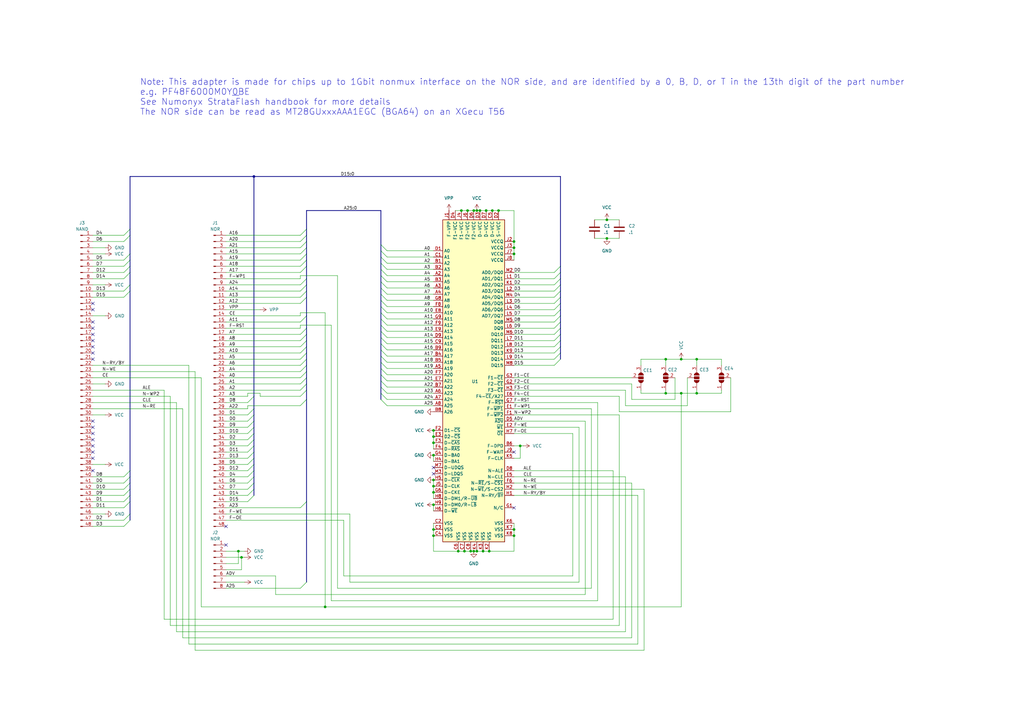
<source format=kicad_sch>
(kicad_sch (version 20231120) (generator "eeschema") (generator_version "8.0")
  (paper "A3")
  (junction (at 104.14 72.39))
  (junction (at 273.05 147.32))
  (junction (at 210.82 99.06))
  (junction (at 200.66 226.06))
  (junction (at 279.4 161.29))
  (junction (at 195.58 86.36))
  (junction (at 99.06 228.6))
  (junction (at 210.82 101.6))
  (junction (at 195.58 226.06))
  (junction (at 190.5 226.06))
  (junction (at 273.05 161.29))
  (junction (at 213.36 182.88))
  (junction (at 187.96 226.06))
  (junction (at 199.39 86.36))
  (junction (at 279.4 147.32))
  (junction (at 177.8 186.69))
  (junction (at 177.8 196.85))
  (junction (at 177.8 199.39))
  (junction (at 97.79 226.06))
  (junction (at 194.31 86.36))
  (junction (at 248.92 90.17))
  (junction (at 133.35 248.92))
  (junction (at 210.82 217.17))
  (junction (at 177.8 217.17))
  (junction (at 177.8 181.61))
  (junction (at 191.77 86.36))
  (junction (at 177.8 179.07))
  (junction (at 204.47 86.36))
  (junction (at 177.8 176.53))
  (junction (at 189.23 86.36))
  (junction (at 285.75 161.29))
  (junction (at 177.8 201.93))
  (junction (at 196.85 86.36))
  (junction (at 177.8 219.71))
  (junction (at 198.12 226.06))
  (junction (at 248.92 97.79))
  (junction (at 285.75 147.32))
  (junction (at 193.04 226.06))
  (junction (at 210.82 219.71))
  (junction (at 210.82 104.14))
  (junction (at 177.8 207.01))
  (junction (at 194.31 226.06))
  (junction (at 201.93 86.36))
  (no_connect (at 210.82 208.28))
  (no_connect (at 38.1 177.8))
  (no_connect (at 38.1 182.88))
  (no_connect (at 38.1 193.04))
  (no_connect (at 177.8 191.77))
  (no_connect (at 38.1 185.42))
  (no_connect (at 38.1 132.08))
  (no_connect (at 38.1 144.78))
  (no_connect (at 38.1 124.46))
  (no_connect (at 177.8 194.31))
  (no_connect (at 38.1 187.96))
  (no_connect (at 38.1 147.32))
  (no_connect (at 92.71 215.9))
  (no_connect (at 38.1 142.24))
  (no_connect (at 38.1 180.34))
  (no_connect (at 38.1 137.16))
  (no_connect (at 38.1 134.62))
  (no_connect (at 38.1 127))
  (no_connect (at 92.71 223.52))
  (no_connect (at 38.1 139.7))
  (no_connect (at 210.82 185.42))
  (no_connect (at 38.1 175.26))
  (no_connect (at 38.1 172.72))
  (bus_entry (at 101.6 180.34) (size 2.54 -2.54))
  (bus_entry (at 123.19 124.46) (size 2.54 -2.54))
  (bus_entry (at 123.19 106.68) (size 2.54 -2.54))
  (bus_entry (at 156.21 105.41) (size 2.54 2.54))
  (bus_entry (at 227.33 144.78) (size 2.54 -2.54))
  (bus_entry (at 156.21 123.19) (size 2.54 2.54))
  (bus_entry (at 227.33 142.24) (size 2.54 -2.54))
  (bus_entry (at 123.19 149.86) (size 2.54 -2.54))
  (bus_entry (at 123.19 208.28) (size 2.54 -2.54))
  (bus_entry (at 156.21 146.05) (size 2.54 2.54))
  (bus_entry (at 156.21 125.73) (size 2.54 2.54))
  (bus_entry (at 50.8 99.06) (size 2.54 -2.54))
  (bus_entry (at 156.21 148.59) (size 2.54 2.54))
  (bus_entry (at 227.33 129.54) (size 2.54 -2.54))
  (bus_entry (at 123.19 154.94) (size 2.54 -2.54))
  (bus_entry (at 227.33 119.38) (size 2.54 -2.54))
  (bus_entry (at 123.19 241.3) (size 2.54 -2.54))
  (bus_entry (at 123.19 166.37) (size 2.54 -2.54))
  (bus_entry (at 227.33 149.86) (size 2.54 -2.54))
  (bus_entry (at 123.19 137.16) (size 2.54 -2.54))
  (bus_entry (at 101.6 193.04) (size 2.54 -2.54))
  (bus_entry (at 156.21 153.67) (size 2.54 2.54))
  (bus_entry (at 123.19 101.6) (size 2.54 -2.54))
  (bus_entry (at 101.6 185.42) (size 2.54 -2.54))
  (bus_entry (at 123.19 121.92) (size 2.54 -2.54))
  (bus_entry (at 123.19 111.76) (size 2.54 -2.54))
  (bus_entry (at 156.21 110.49) (size 2.54 2.54))
  (bus_entry (at 123.19 132.08) (size 2.54 -2.54))
  (bus_entry (at 227.33 132.08) (size 2.54 -2.54))
  (bus_entry (at 101.6 203.2) (size 2.54 -2.54))
  (bus_entry (at 156.21 138.43) (size 2.54 2.54))
  (bus_entry (at 227.33 116.84) (size 2.54 -2.54))
  (bus_entry (at 123.19 119.38) (size 2.54 -2.54))
  (bus_entry (at 101.6 190.5) (size 2.54 -2.54))
  (bus_entry (at 50.8 111.76) (size 2.54 -2.54))
  (bus_entry (at 50.8 208.28) (size 2.54 -2.54))
  (bus_entry (at 101.6 205.74) (size 2.54 -2.54))
  (bus_entry (at 123.19 152.4) (size 2.54 -2.54))
  (bus_entry (at 101.6 165.1) (size 2.54 -2.54))
  (bus_entry (at 123.19 109.22) (size 2.54 -2.54))
  (bus_entry (at 101.6 198.12) (size 2.54 -2.54))
  (bus_entry (at 156.21 140.97) (size 2.54 2.54))
  (bus_entry (at 50.8 121.92) (size 2.54 -2.54))
  (bus_entry (at 123.19 96.52) (size 2.54 -2.54))
  (bus_entry (at 156.21 156.21) (size 2.54 2.54))
  (bus_entry (at 156.21 100.33) (size 2.54 2.54))
  (bus_entry (at 50.8 96.52) (size 2.54 -2.54))
  (bus_entry (at 227.33 139.7) (size 2.54 -2.54))
  (bus_entry (at 227.33 121.92) (size 2.54 -2.54))
  (bus_entry (at 156.21 128.27) (size 2.54 2.54))
  (bus_entry (at 101.6 187.96) (size 2.54 -2.54))
  (bus_entry (at 123.19 142.24) (size 2.54 -2.54))
  (bus_entry (at 50.8 213.36) (size 2.54 -2.54))
  (bus_entry (at 101.6 170.18) (size 2.54 -2.54))
  (bus_entry (at 123.19 157.48) (size 2.54 -2.54))
  (bus_entry (at 123.19 116.84) (size 2.54 -2.54))
  (bus_entry (at 123.19 99.06) (size 2.54 -2.54))
  (bus_entry (at 50.8 203.2) (size 2.54 -2.54))
  (bus_entry (at 101.6 200.66) (size 2.54 -2.54))
  (bus_entry (at 156.21 163.83) (size 2.54 2.54))
  (bus_entry (at 227.33 127) (size 2.54 -2.54))
  (bus_entry (at 101.6 177.8) (size 2.54 -2.54))
  (bus_entry (at 50.8 119.38) (size 2.54 -2.54))
  (bus_entry (at 156.21 151.13) (size 2.54 2.54))
  (bus_entry (at 101.6 172.72) (size 2.54 -2.54))
  (bus_entry (at 227.33 114.3) (size 2.54 -2.54))
  (bus_entry (at 123.19 147.32) (size 2.54 -2.54))
  (bus_entry (at 50.8 114.3) (size 2.54 -2.54))
  (bus_entry (at 227.33 147.32) (size 2.54 -2.54))
  (bus_entry (at 123.19 144.78) (size 2.54 -2.54))
  (bus_entry (at 101.6 195.58) (size 2.54 -2.54))
  (bus_entry (at 156.21 158.75) (size 2.54 2.54))
  (bus_entry (at 50.8 109.22) (size 2.54 -2.54))
  (bus_entry (at 50.8 205.74) (size 2.54 -2.54))
  (bus_entry (at 227.33 111.76) (size 2.54 -2.54))
  (bus_entry (at 50.8 200.66) (size 2.54 -2.54))
  (bus_entry (at 156.21 161.29) (size 2.54 2.54))
  (bus_entry (at 227.33 134.62) (size 2.54 -2.54))
  (bus_entry (at 123.19 162.56) (size 2.54 -2.54))
  (bus_entry (at 156.21 118.11) (size 2.54 2.54))
  (bus_entry (at 50.8 198.12) (size 2.54 -2.54))
  (bus_entry (at 123.19 160.02) (size 2.54 -2.54))
  (bus_entry (at 156.21 135.89) (size 2.54 2.54))
  (bus_entry (at 156.21 130.81) (size 2.54 2.54))
  (bus_entry (at 101.6 175.26) (size 2.54 -2.54))
  (bus_entry (at 101.6 182.88) (size 2.54 -2.54))
  (bus_entry (at 123.19 139.7) (size 2.54 -2.54))
  (bus_entry (at 227.33 137.16) (size 2.54 -2.54))
  (bus_entry (at 156.21 107.95) (size 2.54 2.54))
  (bus_entry (at 123.19 104.14) (size 2.54 -2.54))
  (bus_entry (at 156.21 120.65) (size 2.54 2.54))
  (bus_entry (at 156.21 113.03) (size 2.54 2.54))
  (bus_entry (at 156.21 102.87) (size 2.54 2.54))
  (bus_entry (at 50.8 195.58) (size 2.54 -2.54))
  (bus_entry (at 50.8 106.68) (size 2.54 -2.54))
  (bus_entry (at 156.21 143.51) (size 2.54 2.54))
  (bus_entry (at 156.21 115.57) (size 2.54 2.54))
  (bus_entry (at 227.33 124.46) (size 2.54 -2.54))
  (bus_entry (at 156.21 133.35) (size 2.54 2.54))
  (bus_entry (at 50.8 215.9) (size 2.54 -2.54))
  (bus (pts (xy 53.34 200.66) (xy 53.34 203.2)))
  (bus (pts (xy 156.21 100.33) (xy 156.21 86.36)))
  (bus (pts (xy 229.87 144.78) (xy 229.87 142.24)))
  (wire (pts (xy 38.1 195.58) (xy 50.8 195.58)))
  (bus (pts (xy 229.87 121.92) (xy 229.87 119.38)))
  (wire (pts (xy 158.75 135.89) (xy 177.8 135.89)))
  (bus (pts (xy 156.21 113.03) (xy 156.21 110.49)))
  (wire (pts (xy 177.8 219.71) (xy 177.8 226.06)))
  (bus (pts (xy 125.73 121.92) (xy 125.73 119.38)))
  (bus (pts (xy 156.21 107.95) (xy 156.21 105.41)))
  (wire (pts (xy 210.82 137.16) (xy 227.33 137.16)))
  (bus (pts (xy 125.73 96.52) (xy 125.73 99.06)))
  (wire (pts (xy 138.43 113.03) (xy 138.43 241.3)))
  (bus (pts (xy 104.14 190.5) (xy 104.14 193.04)))
  (bus (pts (xy 229.87 111.76) (xy 229.87 109.22)))
  (bus (pts (xy 125.73 205.74) (xy 125.73 238.76)))
  (bus (pts (xy 125.73 149.86) (xy 125.73 147.32)))
  (wire (pts (xy 158.75 133.35) (xy 177.8 133.35)))
  (bus (pts (xy 125.73 134.62) (xy 125.73 129.54)))
  (bus (pts (xy 156.21 138.43) (xy 156.21 135.89)))
  (wire (pts (xy 69.85 256.54) (xy 254 256.54)))
  (wire (pts (xy 82.55 248.92) (xy 82.55 154.94)))
  (wire (pts (xy 123.19 113.03) (xy 138.43 113.03)))
  (wire (pts (xy 262.89 161.29) (xy 262.89 160.02)))
  (wire (pts (xy 210.82 127) (xy 227.33 127)))
  (wire (pts (xy 177.8 166.37) (xy 158.75 166.37)))
  (bus (pts (xy 125.73 104.14) (xy 125.73 106.68)))
  (bus (pts (xy 125.73 106.68) (xy 125.73 109.22)))
  (wire (pts (xy 92.71 205.74) (xy 101.6 205.74)))
  (wire (pts (xy 135.89 246.38) (xy 245.11 246.38)))
  (wire (pts (xy 50.8 96.52) (xy 38.1 96.52)))
  (bus (pts (xy 104.14 193.04) (xy 104.14 195.58)))
  (bus (pts (xy 53.34 109.22) (xy 53.34 111.76)))
  (bus (pts (xy 156.21 102.87) (xy 156.21 100.33)))
  (wire (pts (xy 237.49 238.76) (xy 237.49 175.26)))
  (wire (pts (xy 210.82 101.6) (xy 210.82 104.14)))
  (bus (pts (xy 156.21 153.67) (xy 156.21 151.13)))
  (wire (pts (xy 177.8 207.01) (xy 177.8 209.55)))
  (wire (pts (xy 50.8 99.06) (xy 38.1 99.06)))
  (wire (pts (xy 101.6 195.58) (xy 92.71 195.58)))
  (bus (pts (xy 53.34 111.76) (xy 53.34 116.84)))
  (wire (pts (xy 38.1 101.6) (xy 43.18 101.6)))
  (bus (pts (xy 125.73 142.24) (xy 125.73 139.7)))
  (bus (pts (xy 125.73 99.06) (xy 125.73 101.6)))
  (bus (pts (xy 125.73 163.83) (xy 125.73 160.02)))
  (wire (pts (xy 158.75 113.03) (xy 177.8 113.03)))
  (bus (pts (xy 104.14 182.88) (xy 104.14 185.42)))
  (wire (pts (xy 177.8 226.06) (xy 187.96 226.06)))
  (wire (pts (xy 92.71 154.94) (xy 123.19 154.94)))
  (wire (pts (xy 92.71 142.24) (xy 123.19 142.24)))
  (bus (pts (xy 229.87 137.16) (xy 229.87 134.62)))
  (wire (pts (xy 38.1 121.92) (xy 50.8 121.92)))
  (wire (pts (xy 295.91 147.32) (xy 285.75 147.32)))
  (wire (pts (xy 189.23 86.36) (xy 191.77 86.36)))
  (bus (pts (xy 156.21 120.65) (xy 156.21 118.11)))
  (wire (pts (xy 133.35 128.27) (xy 133.35 248.92)))
  (wire (pts (xy 143.51 238.76) (xy 237.49 238.76)))
  (wire (pts (xy 279.4 147.32) (xy 285.75 147.32)))
  (wire (pts (xy 177.8 143.51) (xy 158.75 143.51)))
  (bus (pts (xy 125.73 116.84) (xy 125.73 114.3)))
  (wire (pts (xy 210.82 160.02) (xy 256.54 160.02)))
  (bus (pts (xy 53.34 116.84) (xy 53.34 119.38)))
  (wire (pts (xy 77.47 149.86) (xy 77.47 264.16)))
  (wire (pts (xy 273.05 147.32) (xy 273.05 149.86)))
  (bus (pts (xy 156.21 156.21) (xy 156.21 153.67)))
  (wire (pts (xy 213.36 187.96) (xy 210.82 187.96)))
  (wire (pts (xy 210.82 195.58) (xy 256.54 195.58)))
  (bus (pts (xy 156.21 146.05) (xy 156.21 143.51)))
  (wire (pts (xy 194.31 86.36) (xy 195.58 86.36)))
  (bus (pts (xy 229.87 139.7) (xy 229.87 137.16)))
  (wire (pts (xy 133.35 248.92) (xy 279.4 248.92)))
  (wire (pts (xy 158.75 118.11) (xy 177.8 118.11)))
  (wire (pts (xy 100.33 226.06) (xy 97.79 226.06)))
  (wire (pts (xy 140.97 236.22) (xy 234.95 236.22)))
  (wire (pts (xy 101.6 180.34) (xy 92.71 180.34)))
  (wire (pts (xy 262.89 147.32) (xy 262.89 149.86)))
  (bus (pts (xy 104.14 162.56) (xy 104.14 167.64)))
  (bus (pts (xy 125.73 93.98) (xy 125.73 96.52)))
  (bus (pts (xy 104.14 172.72) (xy 104.14 175.26)))
  (bus (pts (xy 53.34 203.2) (xy 53.34 205.74)))
  (bus (pts (xy 229.87 109.22) (xy 229.87 72.39)))
  (bus (pts (xy 53.34 195.58) (xy 53.34 198.12)))
  (bus (pts (xy 125.73 157.48) (xy 125.73 154.94)))
  (wire (pts (xy 138.43 241.3) (xy 242.57 241.3)))
  (wire (pts (xy 92.71 134.62) (xy 123.19 134.62)))
  (wire (pts (xy 74.93 261.62) (xy 259.08 261.62)))
  (wire (pts (xy 158.75 123.19) (xy 177.8 123.19)))
  (wire (pts (xy 113.03 236.22) (xy 92.71 236.22)))
  (bus (pts (xy 156.21 130.81) (xy 156.21 128.27)))
  (bus (pts (xy 125.73 144.78) (xy 125.73 142.24)))
  (wire (pts (xy 123.19 109.22) (xy 92.71 109.22)))
  (bus (pts (xy 229.87 119.38) (xy 229.87 116.84)))
  (wire (pts (xy 158.75 110.49) (xy 177.8 110.49)))
  (bus (pts (xy 104.14 170.18) (xy 104.14 172.72)))
  (wire (pts (xy 210.82 182.88) (xy 213.36 182.88)))
  (wire (pts (xy 101.6 162.56) (xy 101.6 161.29)))
  (wire (pts (xy 285.75 149.86) (xy 285.75 147.32)))
  (wire (pts (xy 92.71 233.68) (xy 99.06 233.68)))
  (wire (pts (xy 262.89 147.32) (xy 273.05 147.32)))
  (wire (pts (xy 248.92 90.17) (xy 254 90.17)))
  (wire (pts (xy 101.6 190.5) (xy 92.71 190.5)))
  (wire (pts (xy 210.82 119.38) (xy 227.33 119.38)))
  (wire (pts (xy 213.36 182.88) (xy 213.36 187.96)))
  (wire (pts (xy 123.19 241.3) (xy 92.71 241.3)))
  (wire (pts (xy 196.85 86.36) (xy 199.39 86.36)))
  (wire (pts (xy 123.19 129.54) (xy 123.19 128.27)))
  (wire (pts (xy 97.79 231.14) (xy 97.79 226.06)))
  (wire (pts (xy 158.75 105.41) (xy 177.8 105.41)))
  (wire (pts (xy 92.71 228.6) (xy 99.06 228.6)))
  (wire (pts (xy 243.84 97.79) (xy 248.92 97.79)))
  (wire (pts (xy 210.82 86.36) (xy 204.47 86.36)))
  (bus (pts (xy 125.73 86.36) (xy 125.73 93.98)))
  (wire (pts (xy 92.71 119.38) (xy 123.19 119.38)))
  (wire (pts (xy 38.1 170.18) (xy 43.18 170.18)))
  (bus (pts (xy 104.14 198.12) (xy 104.14 200.66)))
  (wire (pts (xy 43.18 129.54) (xy 38.1 129.54)))
  (wire (pts (xy 101.6 172.72) (xy 92.71 172.72)))
  (bus (pts (xy 104.14 175.26) (xy 104.14 177.8)))
  (wire (pts (xy 273.05 147.32) (xy 279.4 147.32)))
  (wire (pts (xy 210.82 226.06) (xy 210.82 219.71)))
  (bus (pts (xy 104.14 72.39) (xy 229.87 72.39)))
  (wire (pts (xy 210.82 147.32) (xy 227.33 147.32)))
  (wire (pts (xy 38.1 114.3) (xy 50.8 114.3)))
  (bus (pts (xy 125.73 154.94) (xy 125.73 152.4)))
  (wire (pts (xy 279.4 161.29) (xy 285.75 161.29)))
  (wire (pts (xy 92.71 226.06) (xy 97.79 226.06)))
  (wire (pts (xy 92.71 147.32) (xy 123.19 147.32)))
  (wire (pts (xy 92.71 114.3) (xy 123.19 114.3)))
  (wire (pts (xy 199.39 86.36) (xy 201.93 86.36)))
  (wire (pts (xy 101.6 203.2) (xy 92.71 203.2)))
  (bus (pts (xy 229.87 124.46) (xy 229.87 121.92)))
  (wire (pts (xy 92.71 152.4) (xy 123.19 152.4)))
  (wire (pts (xy 158.75 138.43) (xy 177.8 138.43)))
  (wire (pts (xy 177.8 161.29) (xy 158.75 161.29)))
  (wire (pts (xy 210.82 124.46) (xy 227.33 124.46)))
  (wire (pts (xy 254 168.91) (xy 299.72 168.91)))
  (wire (pts (xy 158.75 107.95) (xy 177.8 107.95)))
  (wire (pts (xy 195.58 226.06) (xy 198.12 226.06)))
  (wire (pts (xy 38.1 190.5) (xy 43.18 190.5)))
  (wire (pts (xy 285.75 161.29) (xy 285.75 160.02)))
  (wire (pts (xy 295.91 149.86) (xy 295.91 147.32)))
  (wire (pts (xy 101.6 185.42) (xy 92.71 185.42)))
  (wire (pts (xy 177.8 176.53) (xy 177.8 179.07)))
  (wire (pts (xy 210.82 200.66) (xy 264.16 200.66)))
  (wire (pts (xy 101.6 187.96) (xy 92.71 187.96)))
  (bus (pts (xy 156.21 135.89) (xy 156.21 133.35)))
  (bus (pts (xy 229.87 129.54) (xy 229.87 127)))
  (wire (pts (xy 123.19 99.06) (xy 92.71 99.06)))
  (wire (pts (xy 213.36 182.88) (xy 214.63 182.88)))
  (bus (pts (xy 156.21 110.49) (xy 156.21 107.95)))
  (wire (pts (xy 74.93 167.64) (xy 74.93 261.62)))
  (wire (pts (xy 245.11 246.38) (xy 245.11 165.1)))
  (bus (pts (xy 104.14 200.66) (xy 104.14 203.2)))
  (wire (pts (xy 92.71 129.54) (xy 123.19 129.54)))
  (bus (pts (xy 156.21 123.19) (xy 156.21 120.65)))
  (wire (pts (xy 123.19 116.84) (xy 92.71 116.84)))
  (wire (pts (xy 158.75 120.65) (xy 177.8 120.65)))
  (bus (pts (xy 125.73 109.22) (xy 125.73 114.3)))
  (bus (pts (xy 104.14 72.39) (xy 104.14 162.56)))
  (wire (pts (xy 210.82 193.04) (xy 251.46 193.04)))
  (bus (pts (xy 125.73 160.02) (xy 125.73 157.48)))
  (wire (pts (xy 101.6 175.26) (xy 92.71 175.26)))
  (bus (pts (xy 156.21 128.27) (xy 156.21 125.73)))
  (wire (pts (xy 177.8 181.61) (xy 177.8 184.15)))
  (bus (pts (xy 104.14 195.58) (xy 104.14 198.12)))
  (wire (pts (xy 201.93 86.36) (xy 204.47 86.36)))
  (wire (pts (xy 299.72 168.91) (xy 299.72 154.94)))
  (wire (pts (xy 92.71 144.78) (xy 123.19 144.78)))
  (wire (pts (xy 210.82 177.8) (xy 234.95 177.8)))
  (wire (pts (xy 195.58 86.36) (xy 196.85 86.36)))
  (wire (pts (xy 123.19 133.35) (xy 135.89 133.35)))
  (wire (pts (xy 210.82 198.12) (xy 259.08 198.12)))
  (wire (pts (xy 38.1 208.28) (xy 50.8 208.28)))
  (wire (pts (xy 285.75 161.29) (xy 295.91 161.29)))
  (wire (pts (xy 234.95 236.22) (xy 234.95 177.8)))
  (wire (pts (xy 143.51 210.82) (xy 143.51 238.76)))
  (wire (pts (xy 38.1 152.4) (xy 80.01 152.4)))
  (wire (pts (xy 264.16 266.7) (xy 264.16 200.66)))
  (bus (pts (xy 125.73 147.32) (xy 125.73 144.78)))
  (wire (pts (xy 123.19 96.52) (xy 92.71 96.52)))
  (wire (pts (xy 273.05 161.29) (xy 279.4 161.29)))
  (wire (pts (xy 101.6 170.18) (xy 92.71 170.18)))
  (wire (pts (xy 101.6 182.88) (xy 92.71 182.88)))
  (wire (pts (xy 242.57 241.3) (xy 242.57 167.64)))
  (wire (pts (xy 240.03 243.84) (xy 240.03 172.72)))
  (bus (pts (xy 53.34 72.39) (xy 104.14 72.39)))
  (wire (pts (xy 210.82 167.64) (xy 242.57 167.64)))
  (wire (pts (xy 177.8 196.85) (xy 177.8 199.39)))
  (wire (pts (xy 92.71 208.28) (xy 123.19 208.28)))
  (wire (pts (xy 254 162.56) (xy 254 168.91)))
  (bus (pts (xy 53.34 205.74) (xy 53.34 210.82)))
  (wire (pts (xy 158.75 140.97) (xy 177.8 140.97)))
  (wire (pts (xy 101.6 166.37) (xy 101.6 167.64)))
  (bus (pts (xy 125.73 101.6) (xy 125.73 104.14)))
  (wire (pts (xy 38.1 157.48) (xy 43.18 157.48)))
  (wire (pts (xy 210.82 219.71) (xy 210.82 217.17)))
  (wire (pts (xy 106.68 162.56) (xy 123.19 162.56)))
  (bus (pts (xy 53.34 193.04) (xy 53.34 195.58)))
  (bus (pts (xy 104.14 167.64) (xy 104.14 170.18)))
  (wire (pts (xy 101.6 161.29) (xy 106.68 161.29)))
  (wire (pts (xy 38.1 215.9) (xy 50.8 215.9)))
  (bus (pts (xy 104.14 185.42) (xy 104.14 187.96)))
  (bus (pts (xy 156.21 118.11) (xy 156.21 115.57)))
  (wire (pts (xy 123.19 106.68) (xy 92.71 106.68)))
  (polyline (pts (xy 95.25 39.116) (xy 98.044 39.116)))
  (wire (pts (xy 92.71 160.02) (xy 123.19 160.02)))
  (wire (pts (xy 177.8 186.69) (xy 177.8 189.23)))
  (wire (pts (xy 92.71 157.48) (xy 123.19 157.48)))
  (bus (pts (xy 53.34 72.39) (xy 53.34 93.98)))
  (wire (pts (xy 38.1 154.94) (xy 82.55 154.94)))
  (bus (pts (xy 53.34 198.12) (xy 53.34 200.66)))
  (wire (pts (xy 281.94 166.37) (xy 281.94 154.94)))
  (bus (pts (xy 53.34 93.98) (xy 53.34 96.52)))
  (wire (pts (xy 38.1 109.22) (xy 50.8 109.22)))
  (wire (pts (xy 261.62 264.16) (xy 261.62 203.2)))
  (wire (pts (xy 177.8 148.59) (xy 158.75 148.59)))
  (wire (pts (xy 38.1 167.64) (xy 74.93 167.64)))
  (wire (pts (xy 248.92 97.79) (xy 254 97.79)))
  (wire (pts (xy 67.31 160.02) (xy 67.31 254)))
  (wire (pts (xy 67.31 254) (xy 251.46 254)))
  (wire (pts (xy 210.82 129.54) (xy 227.33 129.54)))
  (wire (pts (xy 210.82 134.62) (xy 227.33 134.62)))
  (wire (pts (xy 177.8 146.05) (xy 158.75 146.05)))
  (bus (pts (xy 156.21 133.35) (xy 156.21 130.81)))
  (wire (pts (xy 177.8 163.83) (xy 158.75 163.83)))
  (wire (pts (xy 158.75 115.57) (xy 177.8 115.57)))
  (bus (pts (xy 53.34 119.38) (xy 53.34 193.04)))
  (bus (pts (xy 125.73 119.38) (xy 125.73 116.84)))
  (wire (pts (xy 210.82 175.26) (xy 237.49 175.26)))
  (wire (pts (xy 92.71 238.76) (xy 100.33 238.76)))
  (wire (pts (xy 113.03 243.84) (xy 113.03 236.22)))
  (wire (pts (xy 101.6 166.37) (xy 123.19 166.37)))
  (wire (pts (xy 50.8 106.68) (xy 38.1 106.68)))
  (wire (pts (xy 210.82 162.56) (xy 254 162.56)))
  (wire (pts (xy 92.71 139.7) (xy 123.19 139.7)))
  (wire (pts (xy 38.1 200.66) (xy 50.8 200.66)))
  (bus (pts (xy 125.73 163.83) (xy 125.73 205.74)))
  (wire (pts (xy 177.8 179.07) (xy 177.8 181.61)))
  (bus (pts (xy 156.21 143.51) (xy 156.21 140.97)))
  (wire (pts (xy 210.82 142.24) (xy 227.33 142.24)))
  (wire (pts (xy 50.8 213.36) (xy 38.1 213.36)))
  (wire (pts (xy 210.82 149.86) (xy 227.33 149.86)))
  (wire (pts (xy 123.19 111.76) (xy 92.71 111.76)))
  (bus (pts (xy 53.34 104.14) (xy 53.34 106.68)))
  (wire (pts (xy 38.1 210.82) (xy 43.18 210.82)))
  (bus (pts (xy 104.14 177.8) (xy 104.14 180.34)))
  (wire (pts (xy 38.1 119.38) (xy 50.8 119.38)))
  (wire (pts (xy 210.82 111.76) (xy 227.33 111.76)))
  (bus (pts (xy 156.21 105.41) (xy 156.21 102.87)))
  (wire (pts (xy 254 256.54) (xy 254 170.18)))
  (wire (pts (xy 38.1 203.2) (xy 50.8 203.2)))
  (wire (pts (xy 92.71 132.08) (xy 123.19 132.08)))
  (wire (pts (xy 273.05 160.02) (xy 273.05 161.29)))
  (wire (pts (xy 177.8 201.93) (xy 177.8 204.47)))
  (wire (pts (xy 177.8 151.13) (xy 158.75 151.13)))
  (wire (pts (xy 256.54 166.37) (xy 281.94 166.37)))
  (wire (pts (xy 101.6 198.12) (xy 92.71 198.12)))
  (wire (pts (xy 210.82 104.14) (xy 210.82 106.68)))
  (wire (pts (xy 100.33 228.6) (xy 99.06 228.6)))
  (wire (pts (xy 210.82 157.48) (xy 259.08 157.48)))
  (wire (pts (xy 186.69 86.36) (xy 189.23 86.36)))
  (wire (pts (xy 92.71 124.46) (xy 123.19 124.46)))
  (wire (pts (xy 276.86 163.83) (xy 276.86 154.94)))
  (bus (pts (xy 156.21 140.97) (xy 156.21 138.43)))
  (wire (pts (xy 262.89 161.29) (xy 273.05 161.29)))
  (wire (pts (xy 80.01 152.4) (xy 80.01 266.7)))
  (wire (pts (xy 177.8 199.39) (xy 177.8 201.93)))
  (wire (pts (xy 101.6 200.66) (xy 92.71 200.66)))
  (wire (pts (xy 92.71 121.92) (xy 123.19 121.92)))
  (wire (pts (xy 177.8 158.75) (xy 158.75 158.75)))
  (wire (pts (xy 210.82 116.84) (xy 227.33 116.84)))
  (wire (pts (xy 251.46 193.04) (xy 251.46 254)))
  (wire (pts (xy 38.1 162.56) (xy 69.85 162.56)))
  (bus (pts (xy 229.87 142.24) (xy 229.87 139.7)))
  (wire (pts (xy 38.1 149.86) (xy 77.47 149.86)))
  (wire (pts (xy 210.82 139.7) (xy 227.33 139.7)))
  (wire (pts (xy 140.97 213.36) (xy 140.97 236.22)))
  (bus (pts (xy 229.87 116.84) (xy 229.87 114.3)))
  (wire (pts (xy 92.71 162.56) (xy 101.6 162.56)))
  (wire (pts (xy 259.08 261.62) (xy 259.08 198.12)))
  (bus (pts (xy 156.21 161.29) (xy 156.21 158.75)))
  (wire (pts (xy 210.82 170.18) (xy 254 170.18)))
  (wire (pts (xy 191.77 86.36) (xy 194.31 86.36)))
  (wire (pts (xy 92.71 104.14) (xy 123.19 104.14)))
  (wire (pts (xy 106.68 127) (xy 92.71 127)))
  (bus (pts (xy 125.73 139.7) (xy 125.73 137.16)))
  (wire (pts (xy 200.66 226.06) (xy 210.82 226.06)))
  (wire (pts (xy 177.8 217.17) (xy 177.8 219.71)))
  (wire (pts (xy 295.91 161.29) (xy 295.91 160.02)))
  (bus (pts (xy 156.21 86.36) (xy 125.73 86.36)))
  (bus (pts (xy 229.87 114.3) (xy 229.87 111.76)))
  (wire (pts (xy 123.19 134.62) (xy 123.19 133.35)))
  (wire (pts (xy 210.82 165.1) (xy 245.11 165.1)))
  (bus (pts (xy 156.21 148.59) (xy 156.21 146.05)))
  (wire (pts (xy 210.82 154.94) (xy 259.08 154.94)))
  (wire (pts (xy 210.82 132.08) (xy 227.33 132.08)))
  (wire (pts (xy 210.82 217.17) (xy 210.82 214.63)))
  (wire (pts (xy 259.08 157.48) (xy 259.08 163.83)))
  (wire (pts (xy 177.8 156.21) (xy 158.75 156.21)))
  (wire (pts (xy 243.84 90.17) (xy 248.92 90.17)))
  (wire (pts (xy 38.1 165.1) (xy 72.39 165.1)))
  (wire (pts (xy 38.1 111.76) (xy 50.8 111.76)))
  (wire (pts (xy 69.85 162.56) (xy 69.85 256.54)))
  (bus (pts (xy 229.87 134.62) (xy 229.87 132.08)))
  (wire (pts (xy 38.1 104.14) (xy 43.18 104.14)))
  (wire (pts (xy 92.71 167.64) (xy 101.6 167.64)))
  (wire (pts (xy 123.19 114.3) (xy 123.19 113.03)))
  (bus (pts (xy 156.21 163.83) (xy 156.21 161.29)))
  (wire (pts (xy 72.39 259.08) (xy 256.54 259.08)))
  (wire (pts (xy 210.82 172.72) (xy 240.03 172.72)))
  (wire (pts (xy 80.01 266.7) (xy 264.16 266.7)))
  (wire (pts (xy 101.6 193.04) (xy 92.71 193.04)))
  (bus (pts (xy 229.87 127) (xy 229.87 124.46)))
  (bus (pts (xy 53.34 106.68) (xy 53.34 109.22)))
  (wire (pts (xy 194.31 226.06) (xy 195.58 226.06)))
  (wire (pts (xy 92.71 137.16) (xy 123.19 137.16)))
  (wire (pts (xy 123.19 128.27) (xy 133.35 128.27)))
  (wire (pts (xy 38.1 160.02) (xy 67.31 160.02)))
  (wire (pts (xy 38.1 205.74) (xy 50.8 205.74)))
  (wire (pts (xy 77.47 264.16) (xy 261.62 264.16)))
  (wire (pts (xy 158.75 102.87) (xy 177.8 102.87)))
  (wire (pts (xy 135.89 133.35) (xy 135.89 246.38)))
  (wire (pts (xy 158.75 130.81) (xy 177.8 130.81)))
  (wire (pts (xy 38.1 116.84) (xy 43.18 116.84)))
  (wire (pts (xy 92.71 165.1) (xy 101.6 165.1)))
  (wire (pts (xy 210.82 144.78) (xy 227.33 144.78)))
  (wire (pts (xy 256.54 160.02) (xy 256.54 166.37)))
  (wire (pts (xy 177.8 214.63) (xy 177.8 217.17)))
  (wire (pts (xy 190.5 226.06) (xy 193.04 226.06)))
  (wire (pts (xy 158.75 125.73) (xy 177.8 125.73)))
  (bus (pts (xy 156.21 125.73) (xy 156.21 123.19)))
  (wire (pts (xy 210.82 203.2) (xy 261.62 203.2)))
  (wire (pts (xy 99.06 228.6) (xy 99.06 233.68)))
  (bus (pts (xy 104.14 187.96) (xy 104.14 190.5)))
  (wire (pts (xy 72.39 165.1) (xy 72.39 259.08)))
  (wire (pts (xy 187.96 226.06) (xy 190.5 226.06)))
  (wire (pts (xy 210.82 99.06) (xy 210.82 86.36)))
  (wire (pts (xy 123.19 101.6) (xy 92.71 101.6)))
  (bus (pts (xy 53.34 96.52) (xy 53.34 104.14)))
  (wire (pts (xy 210.82 114.3) (xy 227.33 114.3)))
  (bus (pts (xy 229.87 147.32) (xy 229.87 144.78)))
  (bus (pts (xy 156.21 158.75) (xy 156.21 156.21)))
  (bus (pts (xy 156.21 151.13) (xy 156.21 148.59)))
  (wire (pts (xy 259.08 163.83) (xy 276.86 163.83)))
  (bus (pts (xy 104.14 180.34) (xy 104.14 182.88)))
  (wire (pts (xy 193.04 226.06) (xy 194.31 226.06)))
  (wire (pts (xy 92.71 149.86) (xy 123.19 149.86)))
  (wire (pts (xy 106.68 161.29) (xy 106.68 162.56)))
  (wire (pts (xy 82.55 248.92) (xy 133.35 248.92)))
  (wire (pts (xy 279.4 161.29) (xy 279.4 248.92)))
  (bus (pts (xy 125.73 137.16) (xy 125.73 134.62)))
  (wire (pts (xy 198.12 226.06) (xy 200.66 226.06)))
  (wire (pts (xy 210.82 121.92) (xy 227.33 121.92)))
  (wire (pts (xy 158.75 128.27) (xy 177.8 128.27)))
  (bus (pts (xy 125.73 129.54) (xy 125.73 121.92)))
  (wire (pts (xy 143.51 210.82) (xy 92.71 210.82)))
  (wire (pts (xy 92.71 213.36) (xy 140.97 213.36)))
  (wire (pts (xy 101.6 177.8) (xy 92.71 177.8)))
  (bus (pts (xy 125.73 152.4) (xy 125.73 149.86)))
  (wire (pts (xy 158.75 153.67) (xy 177.8 153.67)))
  (wire (pts (xy 256.54 259.08) (xy 256.54 195.58)))
  (wire (pts (xy 92.71 231.14) (xy 97.79 231.14)))
  (wire (pts (xy 38.1 198.12) (xy 50.8 198.12)))
  (bus (pts (xy 53.34 210.82) (xy 53.34 213.36)))
  (wire (pts (xy 210.82 99.06) (xy 210.82 101.6)))
  (bus (pts (xy 156.21 115.57) (xy 156.21 113.03)))
  (wire (pts (xy 240.03 243.84) (xy 113.03 243.84)))
  (bus (pts (xy 229.87 132.08) (xy 229.87 129.54)))
  (text "Note: This adapter is made for chips up to 1Gbit nonmux interface on the NOR side, and are identified by a 0, B, D, or T in the 13th digit of the part number\ne.g. PF48F6000M0Y0BE\nSee Numonyx StrataFlash handbook for more details\nThe NOR side can be read as MT28GUxxxAAA1EGC (BGA64) on an XGecu T56" (at 57.404 39.878 0) (effects (font (size 2.54 2.54)) (justify left)))
  (label "D11" (at 93.98 185.42 0))
  (label "ADV" (at 210.82 172.72 0))
  (label "A13" (at 93.98 121.92 0))
  (label "A4" (at 93.98 152.4 0))
  (label "D8" (at 93.98 165.1 0))
  (label "D1" (at 210.82 114.3 0))
  (label "D13" (at 93.98 187.96 0))
  (label "F-RST" (at 210.82 165.1 0))
  (label "A6" (at 93.98 149.86 0))
  (label "D11" (at 39.37 208.28 0))
  (label "A24" (at 93.98 116.84 0))
  (label "CLE" (at 58.42 165.1 0))
  (label "N-WP2" (at 210.82 170.18 0))
  (label "A21" (at 93.98 101.6 0))
  (label "A25" (at 173.99 166.37 0))
  (label "D10" (at 39.37 200.66 0))
  (label "CE" (at 93.98 129.54 0))
  (label "A25" (at 92.71 241.3 0))
  (label "A10" (at 93.98 144.78 0))
  (label "A24" (at 173.99 163.83 0))
  (label "A2" (at 93.98 160.02 0))
  (label "D3" (at 93.98 182.88 0))
  (label "N-RY{slash}BY" (at 214.63 203.2 0))
  (label "A14" (at 173.99 138.43 0))
  (label "A14" (at 93.98 119.38 0))
  (label "A7" (at 173.99 120.65 0))
  (label "A16" (at 93.98 96.52 0))
  (label "D15:0" (at 139.7 72.39 0))
  (label "A8" (at 93.98 139.7 0))
  (label "A9" (at 93.98 142.24 0))
  (label "A15" (at 173.99 140.97 0))
  (label "D7" (at 93.98 200.66 0))
  (label "A5" (at 173.99 115.57 0))
  (label "ADV" (at 92.71 236.22 0))
  (label "A12" (at 93.98 124.46 0))
  (label "A5" (at 93.98 147.32 0))
  (label "D12" (at 210.82 142.24 0))
  (label "F3-CE" (at 210.82 160.02 0))
  (label "A2" (at 173.99 107.95 0))
  (label "A22" (at 173.99 158.75 0))
  (label "D10" (at 210.82 137.16 0))
  (label "D2" (at 210.82 116.84 0))
  (label "D0" (at 93.98 172.72 0))
  (label "D13" (at 210.82 144.78 0))
  (label "D1" (at 93.98 170.18 0))
  (label "ALE" (at 214.63 193.04 0))
  (label "A11" (at 173.99 130.81 0))
  (label "F-WP1" (at 93.98 114.3 0))
  (label "D15" (at 93.98 205.74 0))
  (label "F-RST" (at 93.98 134.62 0))
  (label "A18" (at 173.99 148.59 0))
  (label "A8" (at 173.99 123.19 0))
  (label "D3" (at 210.82 119.38 0))
  (label "D10" (at 93.98 177.8 0))
  (label "N-RE" (at 58.42 167.64 0))
  (label "ALE" (at 58.42 160.02 0))
  (label "CE" (at 41.91 154.94 0))
  (label "CLE" (at 214.63 195.58 0))
  (label "A11" (at 93.98 132.08 0))
  (label "F-WE" (at 210.82 175.26 0))
  (label "VPP" (at 93.98 127 0))
  (label "A3" (at 93.98 162.56 0))
  (label "D5" (at 210.82 124.46 0))
  (label "A15" (at 93.98 104.14 0))
  (label "F-WE" (at 93.98 210.82 0))
  (label "D8" (at 210.82 132.08 0))
  (label "D9" (at 39.37 203.2 0))
  (label "N-WE" (at 41.91 152.4 0))
  (label "D7" (at 210.82 129.54 0))
  (label "A7" (at 93.98 137.16 0))
  (label "A3" (at 173.99 110.49 0))
  (label "N-RY{slash}BY" (at 41.91 149.86 0))
  (label "A10" (at 173.99 128.27 0))
  (label "A18" (at 93.98 109.22 0))
  (label "N-WP2" (at 58.42 162.56 0))
  (label "D0" (at 210.82 111.76 0))
  (label "D6" (at 39.37 99.06 0))
  (label "F-WP1" (at 210.82 167.64 0))
  (label "F-OE" (at 93.98 213.36 0))
  (label "N-WE" (at 214.63 200.66 0))
  (label "A22" (at 93.98 167.64 0))
  (label "D13" (at 39.37 119.38 0))
  (label "A0" (at 93.98 154.94 0))
  (label "D3" (at 39.37 215.9 0))
  (label "D6" (at 93.98 198.12 0))
  (label "D12" (at 93.98 193.04 0))
  (label "D1" (at 39.37 205.74 0))
  (label "D4" (at 39.37 96.52 0))
  (label "D5" (at 39.37 106.68 0))
  (label "A20" (at 93.98 99.06 0))
  (label "D8" (at 39.37 195.58 0))
  (label "A9" (at 173.99 125.73 0))
  (label "A19" (at 173.99 151.13 0))
  (label "D4" (at 210.82 121.92 0))
  (label "N-RE" (at 214.63 198.12 0))
  (label "A23" (at 93.98 208.28 0))
  (label "A17" (at 93.98 111.76 0))
  (label "A1" (at 93.98 157.48 0))
  (label "D15" (at 39.37 121.92 0))
  (label "D14" (at 210.82 147.32 0))
  (label "D9" (at 210.82 134.62 0))
  (label "D14" (at 39.37 114.3 0))
  (label "F4-CE" (at 210.82 162.56 0))
  (label "A0" (at 173.99 102.87 0))
  (label "F2-CE" (at 210.82 157.48 0))
  (label "D14" (at 93.98 203.2 0))
  (label "A19" (at 93.98 106.68 0))
  (label "D6" (at 210.82 127 0))
  (label "D2" (at 39.37 213.36 0))
  (label "A25:0" (at 140.97 86.36 0))
  (label "A6" (at 173.99 118.11 0))
  (label "D9" (at 93.98 175.26 0))
  (label "A4" (at 173.99 113.03 0))
  (label "A20" (at 173.99 153.67 0))
  (label "D0" (at 39.37 198.12 0))
  (label "A1" (at 173.99 105.41 0))
  (label "A12" (at 173.99 133.35 0))
  (label "A17" (at 173.99 146.05 0))
  (label "D2" (at 93.98 180.34 0))
  (label "D7" (at 39.37 109.22 0))
  (label "F-OE" (at 210.82 177.8 0))
  (label "D4" (at 93.98 195.58 0))
  (label "D15" (at 210.82 149.86 0))
  (label "D5" (at 93.98 190.5 0))
  (label "A21" (at 173.99 156.21 0))
  (label "A23" (at 173.99 161.29 0))
  (label "F1-CE" (at 210.82 154.94 0))
  (label "A13" (at 173.99 135.89 0))
  (label "A16" (at 173.99 143.51 0))
  (label "D11" (at 210.82 139.7 0))
  (label "D12" (at 39.37 111.76 0))
  (symbol (lib_id "power:VCC") (at 43.18 104.14 270) (unit 1)
    (property "Reference" "#PWR014" (effects (hide yes)))
    (property "Value" "VCC" (at 46.99 104.1399 90) (effects (justify left)))
    (property "Description" "Power symbol creates a global label with name \"VCC\"" (effects (hide yes)))
  )
  (symbol (lib_id "Jumper:SolderJumper_3_Open") (at 295.91 154.94 90) (unit 1) (exclude_from_sim yes) (in_bom no)
    (property "Reference" "CE4" (at 298.958 151.13 90))
    (property "Value" "SolderJumper_2_Open" (effects (hide yes)))
    (property "Footprint" "Jumper:SolderJumper-3_P1.3mm_Open_RoundedPad1.0x1.5mm" (effects (hide yes)))
    (property "Description" "Solder Jumper, 3-pole, open" (effects (hide yes)))
  )
  (symbol (lib_id "Jumper:SolderJumper_3_Open") (at 262.89 154.94 270) (mirror x) (unit 1) (exclude_from_sim yes) (in_bom no)
    (property "Reference" "CE1" (at 265.684 151.892 90))
    (property "Value" "SolderJumper_2_Open" (effects (hide yes)))
    (property "Footprint" "Jumper:SolderJumper-3_P1.3mm_Open_RoundedPad1.0x1.5mm" (effects (hide yes)))
    (property "Description" "Solder Jumper, 3-pole, open" (effects (hide yes)))
  )
  (symbol (lib_id "power:VCC") (at 177.8 207.01 90) (unit 1)
    (property "Reference" "#PWR06" (effects (hide yes)))
    (property "Value" "VCC" (at 173.99 207.0099 90) (effects (justify left)))
    (property "Description" "Power symbol creates a global label with name \"VCC\"" (effects (hide yes)))
  )
  (symbol (lib_id "power:VPP") (at 106.68 127 270) (unit 1)
    (property "Reference" "#PWR022" (effects (hide yes)))
    (property "Value" "VPP" (at 110.49 126.9999 90) (effects (justify left)))
    (property "Description" "Power symbol creates a global label with name \"VPP\"" (effects (hide yes)))
  )
  (symbol (lib_id "power:VPP") (at 184.15 86.36 0) (unit 1)
    (property "Reference" "#PWR03" (effects (hide yes)))
    (property "Value" "VPP" (at 184.15 81.28 0))
    (property "Description" "Power symbol creates a global label with name \"VPP\"" (effects (hide yes)))
  )
  (symbol (lib_id "power:GND") (at 100.33 226.06 90) (unit 1)
    (property "Reference" "#PWR017" (effects (hide yes)))
    (property "Value" "GND" (at 104.14 226.0599 90) (effects (justify right)))
    (property "Description" "Power symbol creates a global label with name \"GND\" , ground" (effects (hide yes)))
  )
  (symbol (lib_id "power:VCC") (at 43.18 170.18 270) (unit 1)
    (property "Reference" "#PWR013" (effects (hide yes)))
    (property "Value" "VCC" (at 46.99 170.1799 90) (effects (justify left)))
    (property "Description" "Power symbol creates a global label with name \"VCC\"" (effects (hide yes)))
  )
  (symbol (lib_id "Connector:Conn_01x08_Pin") (at 87.63 231.14 0) (unit 1)
    (property "Reference" "J2" (at 88.265 218.44 0))
    (property "Value" "NOR" (at 88.265 220.98 0))
    (property "Footprint" "Connector_PinHeader_2.54mm:PinHeader_1x08_P2.54mm_Vertical" (effects (hide yes)))
    (property "Description" "Generic connector, single row, 01x08, script generated" (effects (hide yes)))
  )
  (symbol (lib_id "power:GND") (at 177.8 186.69 270) (unit 1)
    (property "Reference" "#PWR07" (effects (hide yes)))
    (property "Value" "GND" (at 173.99 186.6899 90) (effects (justify right)))
    (property "Description" "Power symbol creates a global label with name \"GND\" , ground" (effects (hide yes)))
  )
  (symbol (lib_id "power:VCC") (at 100.33 228.6 270) (unit 1)
    (property "Reference" "#PWR015" (effects (hide yes)))
    (property "Value" "VCC" (at 104.14 228.5999 90) (effects (justify left)))
    (property "Description" "Power symbol creates a global label with name \"VCC\"" (effects (hide yes)))
  )
  (symbol (lib_id "power:VCC") (at 43.18 116.84 270) (unit 1)
    (property "Reference" "#PWR012" (effects (hide yes)))
    (property "Value" "VCC" (at 46.99 116.8399 90) (effects (justify left)))
    (property "Description" "Power symbol creates a global label with name \"VCC\"" (effects (hide yes)))
  )
  (symbol (lib_id "power:VCC") (at 177.8 176.53 90) (unit 1)
    (property "Reference" "#PWR04" (effects (hide yes)))
    (property "Value" "VCC" (at 173.99 176.5299 90) (effects (justify left)))
    (property "Description" "Power symbol creates a global label with name \"VCC\"" (effects (hide yes)))
  )
  (symbol (lib_id "Connector:Conn_01x48_Pin") (at 33.02 154.94 0) (unit 1)
    (property "Reference" "J3" (at 33.655 91.44 0))
    (property "Value" "NAND" (at 33.655 93.98 0))
    (property "Footprint" "Package_DIP:DIP-48_W15.24mm_Socket_LongPads" (effects (hide yes)))
    (property "Description" "\"Generic connector, single row, 01x48, script generated\"" (effects (hide yes)))
  )
  (symbol (lib_id "power:VCC") (at 248.92 90.17 0) (unit 1)
    (property "Reference" "#PWR025" (effects (hide yes)))
    (property "Value" "VCC" (at 248.92 85.09 0))
    (property "Description" "Power symbol creates a global label with name \"VCC\"" (effects (hide yes)))
  )
  (symbol (lib_id "power:GND") (at 43.18 129.54 90) (unit 1)
    (property "Reference" "#PWR021" (effects (hide yes)))
    (property "Value" "GND" (at 46.99 129.5399 90) (effects (justify right)))
    (property "Description" "Power symbol creates a global label with name \"GND\" , ground" (effects (hide yes)))
  )
  (symbol (lib_id "power:GND") (at 43.18 157.48 90) (unit 1)
    (property "Reference" "#PWR020" (effects (hide yes)))
    (property "Value" "GND" (at 46.99 157.4799 90) (effects (justify right)))
    (property "Description" "Power symbol creates a global label with name \"GND\" , ground" (effects (hide yes)))
  )
  (symbol (lib_id "Jumper:SolderJumper_3_Open") (at 285.75 154.94 270) (mirror x) (unit 1) (exclude_from_sim yes) (in_bom no)
    (property "Reference" "CE3" (at 288.798 151.638 90))
    (property "Value" "SolderJumper_2_Open" (effects (hide yes)))
    (property "Footprint" "Jumper:SolderJumper-3_P1.3mm_Open_RoundedPad1.0x1.5mm" (effects (hide yes)))
    (property "Description" "Solder Jumper, 3-pole, open" (effects (hide yes)))
  )
  (symbol (lib_id "power:VCC") (at 100.33 238.76 270) (unit 1)
    (property "Reference" "#PWR016" (effects (hide yes)))
    (property "Value" "VCC" (at 104.14 238.7599 90) (effects (justify left)))
    (property "Description" "Power symbol creates a global label with name \"VCC\"" (effects (hide yes)))
  )
  (symbol (lib_id "Connector:Conn_01x48_Pin") (at 87.63 154.94 0) (unit 1)
    (property "Reference" "J1" (at 88.265 91.44 0))
    (property "Value" "NOR" (at 88.265 93.98 0))
    (property "Footprint" "Package_DIP:DIP-48_W15.24mm_Socket_LongPads" (effects (hide yes)))
    (property "Description" "\"Generic connector, single row, 01x48, script generated\"" (effects (hide yes)))
  )
  (symbol (lib_id "RMW_ICs:Intel x16D NOR+NAND Nonmux") (at 194.31 156.21 0) (unit 1)
    (property "Reference" "U1" (at 194.818 156.464 0))
    (property "Value" "~" (at 194.31 88.9 0))
    (property "Footprint" "RMW_SMT:Intel BGA105 x16D 9x11" (effects (hide yes)))
  )
  (symbol (lib_id "power:VCC") (at 279.4 147.32 0) (unit 1)
    (property "Reference" "#PWR02" (effects (hide yes)))
    (property "Value" "VCC" (at 279.3999 143.51 90) (effects (justify left)))
    (property "Description" "Power symbol creates a global label with name \"VCC\"" (effects (hide yes)))
  )
  (symbol (lib_id "power:GND") (at 177.8 196.85 270) (unit 1)
    (property "Reference" "#PWR08" (effects (hide yes)))
    (property "Value" "GND" (at 173.99 196.8499 90) (effects (justify right)))
    (property "Description" "Power symbol creates a global label with name \"GND\" , ground" (effects (hide yes)))
  )
  (symbol (lib_id "power:GND") (at 43.18 210.82 90) (unit 1)
    (property "Reference" "#PWR018" (effects (hide yes)))
    (property "Value" "GND" (at 46.99 210.8199 90) (effects (justify right)))
    (property "Description" "Power symbol creates a global label with name \"GND\" , ground" (effects (hide yes)))
  )
  (symbol (lib_id "Device:C") (at 254 93.98 0) (unit 1)
    (property "Reference" "C2" (at 257.81 92.7099 0) (effects (justify left)))
    (property "Value" ".1" (at 257.81 95.2499 0) (effects (justify left)))
    (property "Footprint" "Capacitor_SMD:C_0805_2012Metric_Pad1.18x1.45mm_HandSolder" (effects (hide yes)))
    (property "Description" "Unpolarized capacitor" (effects (hide yes)))
  )
  (symbol (lib_id "power:VCC") (at 195.58 86.36 0) (unit 1)
    (property "Reference" "#PWR05" (effects (hide yes)))
    (property "Value" "VCC" (at 195.58 81.28 0))
    (property "Description" "Power symbol creates a global label with name \"VCC\"" (effects (hide yes)))
  )
  (symbol (lib_id "power:GND") (at 177.8 168.91 270) (unit 1)
    (property "Reference" "#PWR023" (effects (hide yes)))
    (property "Value" "GND" (at 173.99 168.9099 90) (effects (justify right)))
    (property "Description" "Power symbol creates a global label with name \"GND\" , ground" (effects (hide yes)))
  )
  (symbol (lib_id "power:GND") (at 194.31 226.06 0) (unit 1)
    (property "Reference" "#PWR01" (effects (hide yes)))
    (property "Value" "GND" (at 194.31 231.14 0))
    (property "Description" "Power symbol creates a global label with name \"GND\" , ground" (effects (hide yes)))
  )
  (symbol (lib_id "power:GND") (at 43.18 101.6 90) (unit 1)
    (property "Reference" "#PWR019" (effects (hide yes)))
    (property "Value" "GND" (at 46.99 101.5999 90) (effects (justify right)))
    (property "Description" "Power symbol creates a global label with name \"GND\" , ground" (effects (hide yes)))
  )
  (symbol (lib_id "power:GND") (at 248.92 97.79 0) (unit 1)
    (property "Reference" "#PWR024" (effects (hide yes)))
    (property "Value" "GND" (at 248.92 102.87 0))
    (property "Description" "Power symbol creates a global label with name \"GND\" , ground" (effects (hide yes)))
  )
  (symbol (lib_id "Device:C") (at 243.84 93.98 0) (unit 1)
    (property "Reference" "C1" (at 247.65 92.7099 0) (effects (justify left)))
    (property "Value" ".1" (at 247.65 95.2499 0) (effects (justify left)))
    (property "Footprint" "Capacitor_SMD:C_0805_2012Metric_Pad1.18x1.45mm_HandSolder" (effects (hide yes)))
    (property "Description" "Unpolarized capacitor" (effects (hide yes)))
  )
  (symbol (lib_id "power:VCC") (at 43.18 190.5 270) (unit 1)
    (property "Reference" "#PWR011" (effects (hide yes)))
    (property "Value" "VCC" (at 46.99 190.4999 90) (effects (justify left)))
    (property "Description" "Power symbol creates a global label with name \"VCC\"" (effects (hide yes)))
  )
  (symbol (lib_id "power:VCC") (at 214.63 182.88 270) (unit 1)
    (property "Reference" "#PWR010" (effects (hide yes)))
    (property "Value" "VCC" (at 218.44 182.8799 90) (effects (justify left)))
    (property "Description" "Power symbol creates a global label with name \"VCC\"" (effects (hide yes)))
  )
  (symbol (lib_id "Jumper:SolderJumper_3_Open") (at 273.05 154.94 90) (unit 1) (exclude_from_sim yes) (in_bom no)
    (property "Reference" "CE2" (at 275.844 151.638 90))
    (property "Value" "SolderJumper_2_Open" (effects (hide yes)))
    (property "Footprint" "Jumper:SolderJumper-3_P1.3mm_Open_RoundedPad1.0x1.5mm" (effects (hide yes)))
    (property "Description" "Solder Jumper, 3-pole, open" (effects (hide yes)))
  )
)
</source>
